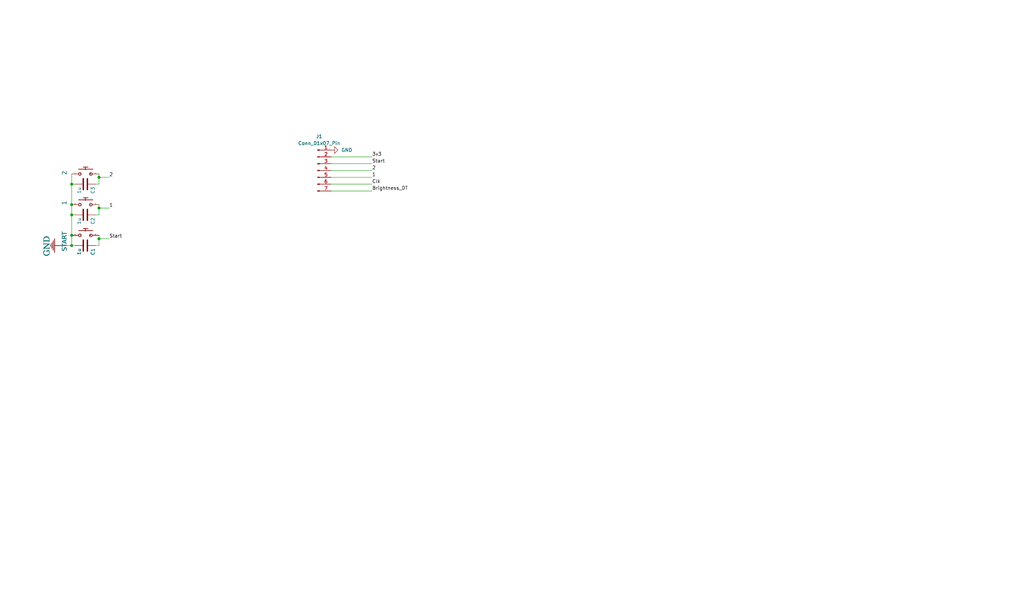
<source format=kicad_sch>
(kicad_sch (version 20231120) (generator "eeschema") (generator_version "8.0")
  (paper "User" 381 228.6)
  (lib_symbols
    (symbol "Connector:Conn_01x07_Pin" (pin_names (offset 1.016) hide)
      (property "Reference" "J" (at 0 10.16 0))
      (property "Value" "Conn_01x07_Pin" (at 0 -10.16 0))
      (symbol "Conn_01x07_Pin_1_1"
        (polyline (pts (xy 1.27 -7.62) (xy 0.8636 -7.62)) (stroke (width 0.1524)))
        (polyline (pts (xy 1.27 -5.08) (xy 0.8636 -5.08)) (stroke (width 0.1524)))
        (polyline (pts (xy 1.27 -2.54) (xy 0.8636 -2.54)) (stroke (width 0.1524)))
        (polyline (pts (xy 1.27 0) (xy 0.8636 0)) (stroke (width 0.1524)))
        (polyline (pts (xy 1.27 2.54) (xy 0.8636 2.54)) (stroke (width 0.1524)))
        (polyline (pts (xy 1.27 5.08) (xy 0.8636 5.08)) (stroke (width 0.1524)))
        (polyline (pts (xy 1.27 7.62) (xy 0.8636 7.62)) (stroke (width 0.1524)))
        (rectangle (start 0.8636 -7.493) (end 0 -7.747) (stroke (width 0.1524)) (fill (type outline)))
        (rectangle (start 0.8636 -4.953) (end 0 -5.207) (stroke (width 0.1524)) (fill (type outline)))
        (rectangle (start 0.8636 -2.413) (end 0 -2.667) (stroke (width 0.1524)) (fill (type outline)))
        (rectangle (start 0.8636 0.127) (end 0 -0.127) (stroke (width 0.1524)) (fill (type outline)))
        (rectangle (start 0.8636 2.667) (end 0 2.413) (stroke (width 0.1524)) (fill (type outline)))
        (rectangle (start 0.8636 5.207) (end 0 4.953) (stroke (width 0.1524)) (fill (type outline)))
        (rectangle (start 0.8636 7.747) (end 0 7.493) (stroke (width 0.1524)) (fill (type outline)))
        (pin passive line (at 5.08 7.62 180) (length 3.81) (name "Pin_1") (number "1"))
        (pin passive line (at 5.08 5.08 180) (length 3.81) (name "Pin_2") (number "2"))
        (pin passive line (at 5.08 2.54 180) (length 3.81) (name "Pin_3") (number "3"))
        (pin passive line (at 5.08 0 180) (length 3.81) (name "Pin_4") (number "4"))
        (pin passive line (at 5.08 -2.54 180) (length 3.81) (name "Pin_5") (number "5"))
        (pin passive line (at 5.08 -5.08 180) (length 3.81) (name "Pin_6") (number "6"))
        (pin passive line (at 5.08 -7.62 180) (length 3.81) (name "Pin_7") (number "7"))
      )
    )
    (symbol "Device:C" (pin_numbers hide) (pin_names (offset 0.254))
      (property "Reference" "C" (at 0.635 2.54 0))
      (property "Value" "C" (at 0.635 -2.54 0))
      (symbol "C_0_1"
        (polyline (pts (xy -2.032 -0.762) (xy 2.032 -0.762)) (stroke (width 0.508)))
        (polyline (pts (xy -2.032 0.762) (xy 2.032 0.762)) (stroke (width 0.508)))
      )
      (symbol "C_1_1"
        (pin passive line (at 0 3.81 270) (length 2.794) (name "~") (number "1"))
        (pin passive line (at 0 -3.81 90) (length 2.794) (name "~") (number "2"))
      )
    )
    (symbol "GND" (power) (pin_numbers hide) (pin_names hide)
      (property "Value" "GND" (at 0 6.35 0))
      (symbol "GND_0_0"
        (polyline (pts (xy -2.54 -2.54) (xy 2.54 -2.54)) (stroke (width 0.254)))
        (polyline (pts (xy -1.778 -3.048) (xy 1.778 -3.048)) (stroke (width 0.254)))
        (polyline (pts (xy -1.016 -3.556) (xy 1.016 -3.556)) (stroke (width 0.254)))
        (polyline (pts (xy -0.254 -4.064) (xy 0.254 -4.064)) (stroke (width 0.254)))
        (polyline (pts (xy 0 0) (xy 0 -2.54)) (stroke (width 0.254)))
        (pin power_in line (at 0 0 270) (length 0) (name "GND") (number "1"))
      )
    )
    (symbol "hassan_buton copy_3"
      (property "Value" "TL" (at -1.3716 -6.7183 0))
      (symbol "hassan_buton copy_3_0_0"
        (circle (center 0 -2.032) (radius 0.508) (stroke (width 0.254)))
        (polyline (pts (xy -2.54 -0.762) (xy -2.54 1.016)) (stroke (width 0.254)))
        (polyline (pts (xy -1.778 -2.54) (xy -1.778 2.794)) (stroke (width 0.254)))
        (polyline (pts (xy -1.524 0) (xy -2.54 0)) (stroke (width 0.254)))
        (circle (center 0.0254 2.0574) (radius 0.508) (stroke (width 0.254)))
        (pin unspecified line (at 0 5.08 270) (length 2.54) (name "P$2") (number "1"))
        (pin unspecified line (at 0 -5.08 90) (length 2.54) (name "P$1") (number "2"))
      )
    )
    (symbol "hassan_buton copy_4"
      (property "Value" "TR" (at -1.5748 -6.7183 0))
      (symbol "hassan_buton copy_4_0_0"
        (circle (center 0 -2.032) (radius 0.508) (stroke (width 0.254)))
        (polyline (pts (xy -2.54 -0.762) (xy -2.54 1.016)) (stroke (width 0.254)))
        (polyline (pts (xy -1.778 -2.54) (xy -1.778 2.794)) (stroke (width 0.254)))
        (polyline (pts (xy -1.524 0) (xy -2.54 0)) (stroke (width 0.254)))
        (circle (center 0.0254 2.0574) (radius 0.508) (stroke (width 0.254)))
        (pin unspecified line (at 0 5.08 270) (length 2.54) (name "P$2") (number "1"))
        (pin unspecified line (at 0 -5.08 90) (length 2.54) (name "P$1") (number "2"))
      )
    )
    (symbol "hassan_buton copy_5"
      (property "Value" "PS" (at -1.5748 -6.7183 0))
      (symbol "hassan_buton copy_5_0_0"
        (circle (center 0 -2.032) (radius 0.508) (stroke (width 0.254)))
        (polyline (pts (xy -2.54 -0.762) (xy -2.54 1.016)) (stroke (width 0.254)))
        (polyline (pts (xy -1.778 -2.54) (xy -1.778 2.794)) (stroke (width 0.254)))
        (polyline (pts (xy -1.524 0) (xy -2.54 0)) (stroke (width 0.254)))
        (circle (center 0.0254 2.0574) (radius 0.508) (stroke (width 0.254)))
        (pin unspecified line (at 0 -5.08 90) (length 2.54) (name "P$1") (number "P$2"))
        (pin unspecified line (at 0 5.08 270) (length 2.54) (name "P$2") (number "P$3"))
      )
    )
    (symbol "power:GND" (power) (pin_numbers hide) (pin_names (offset 0) hide)
      (property "Value" "GND" (at 0 -3.81 0))
      (symbol "GND_0_1"
        (polyline (pts (xy 0 0) (xy 0 -1.27) (xy 1.27 -1.27) (xy 0 -2.54) (xy -1.27 -1.27) (xy 0 -1.27)))
      )
      (symbol "GND_1_1"
        (pin power_in line (at 0 0 270) (length 0) (name "~") (number "1"))
      )
    )
  )
  (junction (at 26.67 87.63))
  (junction (at 26.67 76.2))
  (junction (at 26.67 80.01))
  (junction (at 36.83 77.47))
  (junction (at 26.67 91.44))
  (junction (at 36.83 66.04))
  (junction (at 26.67 68.58))
  (junction (at 36.83 88.9))
  (wire (pts (xy 26.67 64.77) (xy 26.67 68.58)))
  (wire (pts (xy 26.67 91.44) (xy 27.94 91.44)))
  (wire (pts (xy 26.67 80.01) (xy 27.94 80.01)))
  (wire (pts (xy 123.19 63.5) (xy 138.43 63.5)))
  (wire (pts (xy 36.83 91.44) (xy 36.83 88.9)))
  (wire (pts (xy 35.56 91.44) (xy 36.83 91.44)))
  (wire (pts (xy 123.19 60.96) (xy 138.43 60.96)))
  (wire (pts (xy 26.67 68.58) (xy 26.67 76.2)))
  (wire (pts (xy 36.83 88.9) (xy 40.64 88.9)))
  (wire (pts (xy 36.83 68.58) (xy 36.83 66.04)))
  (wire (pts (xy 35.56 68.58) (xy 36.83 68.58)))
  (wire (pts (xy 123.19 66.04) (xy 138.43 66.04)))
  (wire (pts (xy 123.19 68.58) (xy 138.43 68.58)))
  (wire (pts (xy 123.19 71.12) (xy 138.43 71.12)))
  (wire (pts (xy 36.83 66.04) (xy 36.83 64.77)))
  (wire (pts (xy 36.83 77.47) (xy 40.64 77.47)))
  (wire (pts (xy 36.83 80.01) (xy 36.83 77.47)))
  (wire (pts (xy 26.67 76.2) (xy 26.67 80.01)))
  (wire (pts (xy 36.83 66.04) (xy 40.64 66.04)))
  (wire (pts (xy 123.19 58.42) (xy 138.43 58.42)))
  (wire (pts (xy 22.86 91.44) (xy 26.67 91.44)))
  (wire (pts (xy 26.67 80.01) (xy 26.67 87.63)))
  (wire (pts (xy 26.67 91.44) (xy 26.67 87.63)))
  (wire (pts (xy 35.56 80.01) (xy 36.83 80.01)))
  (wire (pts (xy 36.83 77.47) (xy 36.83 76.2)))
  (wire (pts (xy 26.67 68.58) (xy 27.94 68.58)))
  (wire (pts (xy 36.83 88.9) (xy 36.83 87.63)))
  (label "Clk" (at 138.43 68.58 0))
  (label "Start" (at 40.64 88.9 0))
  (label "1" (at 40.64 77.47 0))
  (label "3v3" (at 138.43 58.42 0))
  (label "Brightness_DT" (at 138.43 71.12 0))
  (label "2" (at 138.43 63.5 0))
  (label "2" (at 40.64 66.04 0))
  (label "1" (at 138.43 66.04 0))
  (label "Start" (at 138.43 60.96 0))
  (symbol (lib_id "GND") (at 22.86 91.44 270) (unit 1)
    (property "Reference" "#PWR0101" (effects (hide yes)))
    (property "Value" "GND" (at 16.256 88.138 0) (effects (font (size 2.1717 2.1717)) (justify left bottom)))
    (property "Description" "Power symbol creates a global label with name 'GND'" (effects (hide yes)))
  )
  (symbol (lib_id "Connector:Conn_01x07_Pin") (at 118.11 63.5 0) (unit 1)
    (property "Reference" "J1" (at 118.745 50.8 0))
    (property "Value" "Conn_01x07_Pin" (at 118.745 53.34 0))
    (property "Footprint" "Connector_PinHeader_2.54mm:PinHeader_1x07_P2.54mm_Vertical" (effects (hide yes)))
    (property "Description" "Generic connector, single row, 01x07, script generated" (effects (hide yes)))
  )
  (symbol (lib_id "hassan_buton copy_5") (at 31.75 87.63 270) (unit 1)
    (property "Reference" "SW1" (effects (hide yes)))
    (property "Value" "START" (at 25.0317 86.0552 0) (effects (font (size 1.6891 1.6891)) (justify left top)))
    (property "Supplier" "SparkFun" (effects (hide yes)))
  )
  (symbol (lib_id "hassan_buton copy_3") (at 31.75 64.77 270) (unit 1)
    (property "Reference" "SW3" (effects (hide yes)))
    (property "Value" "2" (at 25.0317 63.3984 0) (effects (font (size 1.6891 1.6891)) (justify left top)))
    (property "Supplier" "SparkFun" (effects (hide yes)))
  )
  (symbol (lib_id "hassan_buton copy_4") (at 31.75 76.2 270) (unit 1)
    (property "Reference" "SW2" (effects (hide yes)))
    (property "Value" "1" (at 25.0317 74.6252 0) (effects (font (size 1.6891 1.6891)) (justify left top)))
    (property "Supplier" "SparkFun" (effects (hide yes)))
  )
  (symbol (lib_id "power:GND") (at 123.19 55.88 90) (unit 1)
    (property "Reference" "#PWR01" (effects (hide yes)))
    (property "Value" "GND" (at 127 55.8799 90) (effects (justify right)))
    (property "Description" "Power symbol creates a global label with name \"GND\" , ground" (effects (hide yes)))
  )
  (symbol (lib_id "Device:C") (at 31.75 80.01 90) (unit 1)
    (property "Reference" "C2" (at 34.544 82.296 0))
    (property "Value" "1u" (at 29.464 82.296 0))
    (property "Footprint" "Capacitor_THT:C_Disc_D5.0mm_W2.5mm_P2.50mm" (effects (hide yes)))
    (property "Description" "Unpolarized capacitor" (effects (hide yes)))
  )
  (symbol (lib_id "Device:C") (at 31.75 91.44 90) (unit 1)
    (property "Reference" "C1" (at 34.544 93.726 0))
    (property "Value" "1u" (at 29.464 93.726 0))
    (property "Footprint" "Capacitor_THT:C_Disc_D5.0mm_W2.5mm_P2.50mm" (effects (hide yes)))
    (property "Description" "Unpolarized capacitor" (effects (hide yes)))
  )
  (symbol (lib_id "Device:C") (at 31.75 68.58 90) (unit 1)
    (property "Reference" "C3" (at 34.544 70.866 0))
    (property "Value" "1u" (at 29.464 70.866 0))
    (property "Footprint" "Capacitor_THT:C_Disc_D5.0mm_W2.5mm_P2.50mm" (effects (hide yes)))
    (property "Description" "Unpolarized capacitor" (effects (hide yes)))
  )
)
</source>
